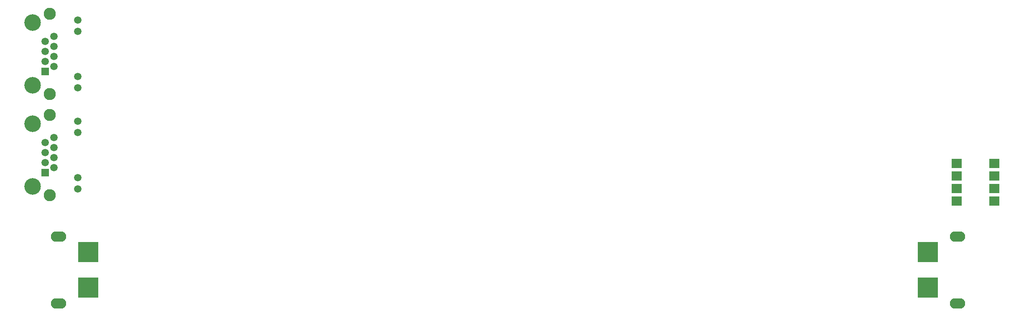
<source format=gbs>
G04*
G04 #@! TF.GenerationSoftware,Altium Limited,Altium Designer,18.1.7 (191)*
G04*
G04 Layer_Color=16711935*
%FSLAX44Y44*%
%MOMM*%
G71*
G01*
G75*
%ADD68O,3.1016X2.1016*%
%ADD69R,4.1016X4.1016*%
%ADD70R,2.1016X1.9016*%
%ADD71C,1.4996*%
%ADD72C,2.4566*%
%ADD73C,3.3516*%
%ADD74R,1.4996X1.4996*%
D68*
X2240000Y317500D02*
D03*
Y182500D02*
D03*
X420000D02*
D03*
Y317500D02*
D03*
D69*
X2180000Y286000D02*
D03*
Y214000D02*
D03*
X480000D02*
D03*
Y286000D02*
D03*
D70*
X2315200Y465600D02*
D03*
X2239000D02*
D03*
X2315200Y389400D02*
D03*
Y414800D02*
D03*
Y440200D02*
D03*
X2239000D02*
D03*
Y414800D02*
D03*
Y389400D02*
D03*
D71*
X459148Y642067D02*
D03*
Y619167D02*
D03*
Y733467D02*
D03*
Y756367D02*
D03*
X410848Y723367D02*
D03*
X393048Y713167D02*
D03*
X410848Y702967D02*
D03*
X393048Y692767D02*
D03*
X410848Y682567D02*
D03*
X393048Y672367D02*
D03*
X410848Y662167D02*
D03*
X459148Y437067D02*
D03*
Y414168D02*
D03*
Y528467D02*
D03*
Y551367D02*
D03*
X410848Y518368D02*
D03*
X393048Y508167D02*
D03*
X410848Y497967D02*
D03*
X393048Y487767D02*
D03*
X410848Y477567D02*
D03*
X393048Y467368D02*
D03*
X410848Y457168D02*
D03*
D72*
X401948Y606467D02*
D03*
Y769067D02*
D03*
Y401468D02*
D03*
Y564067D02*
D03*
D73*
X367648Y624267D02*
D03*
Y751267D02*
D03*
Y419268D02*
D03*
Y546268D02*
D03*
D74*
X393048Y651967D02*
D03*
Y446968D02*
D03*
M02*

</source>
